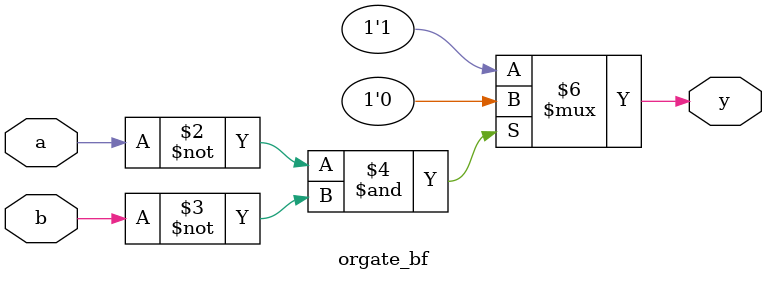
<source format=v>
`timescale 1ns / 1ps

module orgate_bf(y,a,b); 
output y; 
input a,b; 
reg y; 
always@(a,b) 
begin 
if(a==1'b0 & b==1'b0) 
y=0; 
else 
y=1; 
end 
endmodule 


</source>
